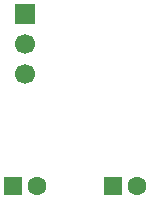
<source format=gbr>
%TF.GenerationSoftware,KiCad,Pcbnew,9.0.1*%
%TF.CreationDate,2025-05-31T16:56:00-05:00*%
%TF.ProjectId,ME 433 HW15 V1,4d452034-3333-4204-9857-31352056312e,rev?*%
%TF.SameCoordinates,Original*%
%TF.FileFunction,Soldermask,Bot*%
%TF.FilePolarity,Negative*%
%FSLAX46Y46*%
G04 Gerber Fmt 4.6, Leading zero omitted, Abs format (unit mm)*
G04 Created by KiCad (PCBNEW 9.0.1) date 2025-05-31 16:56:00*
%MOMM*%
%LPD*%
G01*
G04 APERTURE LIST*
%ADD10R,1.700000X1.700000*%
%ADD11C,1.700000*%
%ADD12R,1.600000X1.600000*%
%ADD13C,1.600000*%
G04 APERTURE END LIST*
D10*
%TO.C,J1*%
X106025000Y-69975000D03*
D11*
X106025000Y-72515000D03*
X106025000Y-75055000D03*
%TD*%
D12*
%TO.C,C2*%
X113500000Y-84500000D03*
D13*
X115500000Y-84500000D03*
%TD*%
D12*
%TO.C,C1*%
X105044888Y-84500000D03*
D13*
X107044888Y-84500000D03*
%TD*%
M02*

</source>
